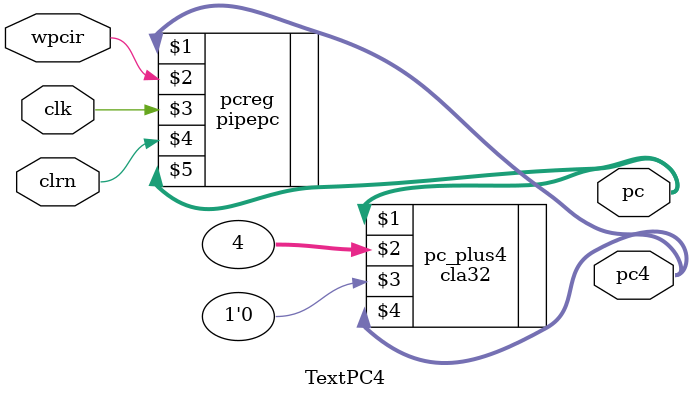
<source format=v>
`timescale 1ns / 1ps


module TextPC4(clk,clrn,wpcir,pc,pc4);
    input clk,clrn,wpcir;
    output [31:0] pc;
    output  [31:0] pc4;
    //reg [31:0] pc4;
    pipepc pcreg(pc4,wpcir,clk,clrn,pc);
    cla32 pc_plus4 (pc,32'h4,1'b0,pc4);
endmodule

</source>
